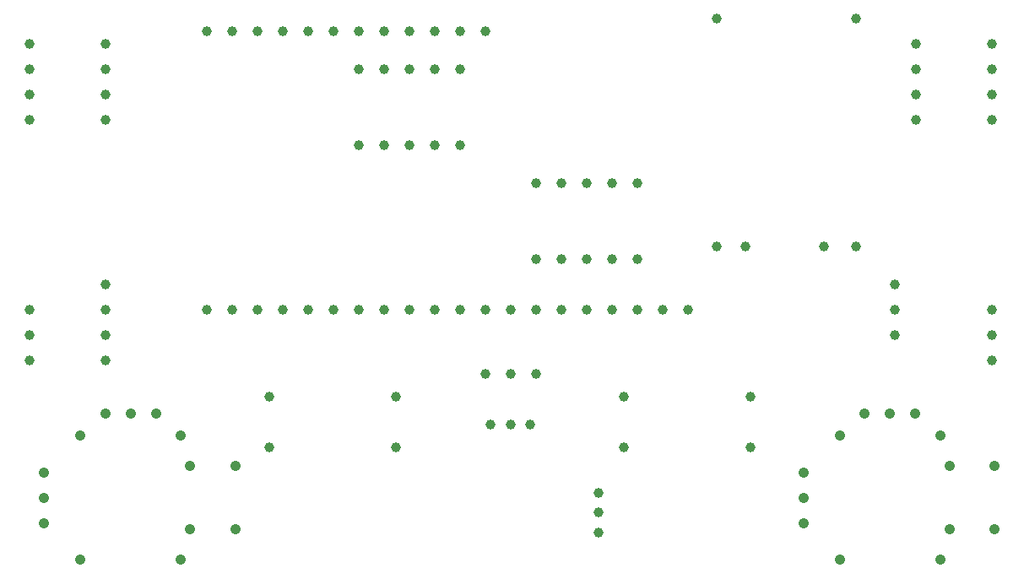
<source format=gbr>
%TF.GenerationSoftware,KiCad,Pcbnew,9.0.0*%
%TF.CreationDate,2025-03-19T00:25:19-07:00*%
%TF.ProjectId,remote_v2,72656d6f-7465-45f7-9632-2e6b69636164,v0.4*%
%TF.SameCoordinates,Original*%
%TF.FileFunction,Plated,1,2,PTH,Drill*%
%TF.FilePolarity,Positive*%
%FSLAX46Y46*%
G04 Gerber Fmt 4.6, Leading zero omitted, Abs format (unit mm)*
G04 Created by KiCad (PCBNEW 9.0.0) date 2025-03-19 00:25:19*
%MOMM*%
%LPD*%
G01*
G04 APERTURE LIST*
%TA.AperFunction,ComponentDrill*%
%ADD10C,1.000000*%
%TD*%
%TA.AperFunction,ComponentDrill*%
%ADD11C,1.050000*%
%TD*%
G04 APERTURE END LIST*
D10*
%TO.C,RGB_LED3*%
X99060000Y-74930000D03*
X99060000Y-77470000D03*
X99060000Y-80010000D03*
X99060000Y-82550000D03*
%TO.C,UWB_SELECTOR1*%
X99060000Y-101600000D03*
X99060000Y-104140000D03*
X99060000Y-106680000D03*
%TO.C,RGB_LED4*%
X106680000Y-74930000D03*
X106680000Y-77470000D03*
X106680000Y-80010000D03*
X106680000Y-82550000D03*
%TO.C,RGB_LED2*%
X106680000Y-99060000D03*
X106680000Y-101600000D03*
X106680000Y-104140000D03*
X106680000Y-106680000D03*
%TO.C,ESP32_UWB1*%
X116840000Y-73660000D03*
X116840000Y-101600000D03*
X119380000Y-73660000D03*
X119380000Y-101600000D03*
X121920000Y-73660000D03*
X121920000Y-101600000D03*
%TO.C,BUTTON2*%
X123160000Y-110260058D03*
X123160000Y-115340058D03*
%TO.C,ESP32_UWB1*%
X124460000Y-73660000D03*
X124460000Y-101600000D03*
X127000000Y-73660000D03*
X127000000Y-101600000D03*
X129540000Y-73660000D03*
X129540000Y-101600000D03*
X132080000Y-73660000D03*
%TO.C,R1*%
X132080000Y-77470000D03*
X132080000Y-85090000D03*
%TO.C,ESP32_UWB1*%
X132080000Y-101600000D03*
X134620000Y-73660000D03*
%TO.C,R2*%
X134620000Y-77470000D03*
X134620000Y-85090000D03*
%TO.C,ESP32_UWB1*%
X134620000Y-101600000D03*
%TO.C,BUTTON2*%
X135860000Y-110260058D03*
X135860000Y-115340058D03*
%TO.C,ESP32_UWB1*%
X137160000Y-73660000D03*
%TO.C,R3*%
X137160000Y-77470000D03*
X137160000Y-85090000D03*
%TO.C,ESP32_UWB1*%
X137160000Y-101600000D03*
X139700000Y-73660000D03*
%TO.C,R4*%
X139700000Y-77470000D03*
X139700000Y-85090000D03*
%TO.C,ESP32_UWB1*%
X139700000Y-101600000D03*
X142240000Y-73660000D03*
%TO.C,R5*%
X142240000Y-77470000D03*
X142240000Y-85090000D03*
%TO.C,ESP32_UWB1*%
X142240000Y-101600000D03*
X144780000Y-73660000D03*
X144780000Y-101600000D03*
%TO.C,LOCK_SWITCH1*%
X144780000Y-107969000D03*
%TO.C,MINI_THUMBSTICK1*%
X145320000Y-113120000D03*
%TO.C,ESP32_UWB1*%
X147320000Y-101600000D03*
%TO.C,LOCK_SWITCH1*%
X147320000Y-107969000D03*
%TO.C,MINI_THUMBSTICK1*%
X147320000Y-113120000D03*
X149320000Y-113120000D03*
%TO.C,R6*%
X149860000Y-88900000D03*
X149860000Y-96520000D03*
%TO.C,ESP32_UWB1*%
X149860000Y-101600000D03*
%TO.C,LOCK_SWITCH1*%
X149860000Y-107969000D03*
%TO.C,R7*%
X152400000Y-88900000D03*
X152400000Y-96520000D03*
%TO.C,ESP32_UWB1*%
X152400000Y-101600000D03*
%TO.C,R8*%
X154940000Y-88900000D03*
X154940000Y-96520000D03*
%TO.C,ESP32_UWB1*%
X154940000Y-101600000D03*
%TO.C,MINI_THUMBSTICK1*%
X156120000Y-119920000D03*
X156120000Y-121920000D03*
X156120000Y-123920000D03*
%TO.C,R9*%
X157480000Y-88900000D03*
X157480000Y-96520000D03*
%TO.C,ESP32_UWB1*%
X157480000Y-101600000D03*
%TO.C,BUTTON1*%
X158720000Y-110260058D03*
X158720000Y-115340058D03*
%TO.C,R10*%
X160020000Y-88900000D03*
X160020000Y-96520000D03*
%TO.C,ESP32_UWB1*%
X160020000Y-101600000D03*
X162560000Y-101600000D03*
X165100000Y-101600000D03*
%TO.C,3.7V_BATTERY_CHARGER1*%
X167995000Y-72390000D03*
X167995000Y-95250000D03*
X170895000Y-95250000D03*
%TO.C,BUTTON1*%
X171420000Y-110260058D03*
X171420000Y-115340058D03*
%TO.C,3.7V_BATTERY_CHARGER1*%
X178765000Y-95250000D03*
X181965000Y-72390000D03*
X181965000Y-95250000D03*
%TO.C,5V_DC_DC_Converter1*%
X185860000Y-99060000D03*
X185860000Y-101600000D03*
X185860000Y-104140000D03*
%TO.C,RGB_LED1*%
X187960000Y-74930000D03*
X187960000Y-77470000D03*
X187960000Y-80010000D03*
X187960000Y-82550000D03*
%TO.C,RGB_LED5*%
X195580000Y-74930000D03*
X195580000Y-77470000D03*
X195580000Y-80010000D03*
X195580000Y-82550000D03*
%TO.C,ON_OFF_SWITCH1*%
X195580000Y-101600000D03*
X195580000Y-104140000D03*
X195580000Y-106680000D03*
D11*
%TO.C,THUMBSTICK2*%
X100520000Y-117880058D03*
X100520000Y-120420058D03*
X100520000Y-122960058D03*
X104170000Y-114170058D03*
X104170000Y-126670058D03*
X106680000Y-112020058D03*
X109220000Y-112020058D03*
X111760000Y-112020058D03*
X114270000Y-114170058D03*
X114270000Y-126670058D03*
X115170000Y-117270058D03*
X115170000Y-123570058D03*
X119720000Y-117270058D03*
X119720000Y-123570058D03*
%TO.C,THUMBSTICK1*%
X176690000Y-117880058D03*
X176690000Y-120420058D03*
X176690000Y-122960058D03*
X180340000Y-114170058D03*
X180340000Y-126670058D03*
X182850000Y-112020058D03*
X185390000Y-112020058D03*
X187930000Y-112020058D03*
X190440000Y-114170058D03*
X190440000Y-126670058D03*
X191340000Y-117270058D03*
X191340000Y-123570058D03*
X195890000Y-117270058D03*
X195890000Y-123570058D03*
M02*

</source>
